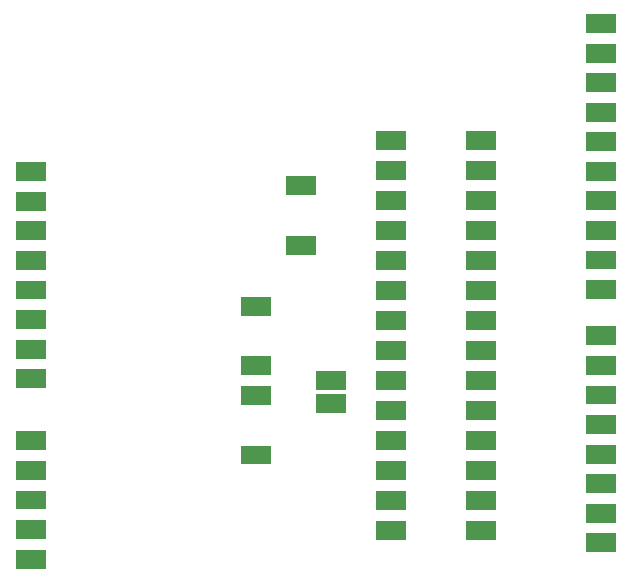
<source format=gts>
G04 #@! TF.GenerationSoftware,KiCad,Pcbnew,(5.1.2)-2*
G04 #@! TF.CreationDate,2019-10-01T15:18:02-10:00*
G04 #@! TF.ProjectId,bootloader_atmega328,626f6f74-6c6f-4616-9465-725f61746d65,rev?*
G04 #@! TF.SameCoordinates,Original*
G04 #@! TF.FileFunction,Soldermask,Top*
G04 #@! TF.FilePolarity,Negative*
%FSLAX46Y46*%
G04 Gerber Fmt 4.6, Leading zero omitted, Abs format (unit mm)*
G04 Created by KiCad (PCBNEW (5.1.2)-2) date 2019-10-01 15:18:02*
%MOMM*%
%LPD*%
G04 APERTURE LIST*
%ADD10C,0.100000*%
G04 APERTURE END LIST*
D10*
G36*
X91471000Y-113671000D02*
G01*
X88869000Y-113671000D01*
X88869000Y-112069000D01*
X91471000Y-112069000D01*
X91471000Y-113671000D01*
X91471000Y-113671000D01*
G37*
G36*
X139731000Y-112281000D02*
G01*
X137129000Y-112281000D01*
X137129000Y-110679000D01*
X139731000Y-110679000D01*
X139731000Y-112281000D01*
X139731000Y-112281000D01*
G37*
G36*
X121951000Y-111291000D02*
G01*
X119349000Y-111291000D01*
X119349000Y-109689000D01*
X121951000Y-109689000D01*
X121951000Y-111291000D01*
X121951000Y-111291000D01*
G37*
G36*
X129571000Y-111291000D02*
G01*
X126969000Y-111291000D01*
X126969000Y-109689000D01*
X129571000Y-109689000D01*
X129571000Y-111291000D01*
X129571000Y-111291000D01*
G37*
G36*
X91471000Y-111171000D02*
G01*
X88869000Y-111171000D01*
X88869000Y-109569000D01*
X91471000Y-109569000D01*
X91471000Y-111171000D01*
X91471000Y-111171000D01*
G37*
G36*
X139731000Y-109781000D02*
G01*
X137129000Y-109781000D01*
X137129000Y-108179000D01*
X139731000Y-108179000D01*
X139731000Y-109781000D01*
X139731000Y-109781000D01*
G37*
G36*
X121951000Y-108751000D02*
G01*
X119349000Y-108751000D01*
X119349000Y-107149000D01*
X121951000Y-107149000D01*
X121951000Y-108751000D01*
X121951000Y-108751000D01*
G37*
G36*
X129571000Y-108751000D02*
G01*
X126969000Y-108751000D01*
X126969000Y-107149000D01*
X129571000Y-107149000D01*
X129571000Y-108751000D01*
X129571000Y-108751000D01*
G37*
G36*
X91471000Y-108671000D02*
G01*
X88869000Y-108671000D01*
X88869000Y-107069000D01*
X91471000Y-107069000D01*
X91471000Y-108671000D01*
X91471000Y-108671000D01*
G37*
G36*
X139731000Y-107281000D02*
G01*
X137129000Y-107281000D01*
X137129000Y-105679000D01*
X139731000Y-105679000D01*
X139731000Y-107281000D01*
X139731000Y-107281000D01*
G37*
G36*
X121951000Y-106211000D02*
G01*
X119349000Y-106211000D01*
X119349000Y-104609000D01*
X121951000Y-104609000D01*
X121951000Y-106211000D01*
X121951000Y-106211000D01*
G37*
G36*
X129571000Y-106211000D02*
G01*
X126969000Y-106211000D01*
X126969000Y-104609000D01*
X129571000Y-104609000D01*
X129571000Y-106211000D01*
X129571000Y-106211000D01*
G37*
G36*
X91471000Y-106171000D02*
G01*
X88869000Y-106171000D01*
X88869000Y-104569000D01*
X91471000Y-104569000D01*
X91471000Y-106171000D01*
X91471000Y-106171000D01*
G37*
G36*
X110521000Y-104861000D02*
G01*
X107919000Y-104861000D01*
X107919000Y-103259000D01*
X110521000Y-103259000D01*
X110521000Y-104861000D01*
X110521000Y-104861000D01*
G37*
G36*
X139731000Y-104781000D02*
G01*
X137129000Y-104781000D01*
X137129000Y-103179000D01*
X139731000Y-103179000D01*
X139731000Y-104781000D01*
X139731000Y-104781000D01*
G37*
G36*
X129571000Y-103671000D02*
G01*
X126969000Y-103671000D01*
X126969000Y-102069000D01*
X129571000Y-102069000D01*
X129571000Y-103671000D01*
X129571000Y-103671000D01*
G37*
G36*
X91471000Y-103671000D02*
G01*
X88869000Y-103671000D01*
X88869000Y-102069000D01*
X91471000Y-102069000D01*
X91471000Y-103671000D01*
X91471000Y-103671000D01*
G37*
G36*
X121951000Y-103671000D02*
G01*
X119349000Y-103671000D01*
X119349000Y-102069000D01*
X121951000Y-102069000D01*
X121951000Y-103671000D01*
X121951000Y-103671000D01*
G37*
G36*
X139731000Y-102281000D02*
G01*
X137129000Y-102281000D01*
X137129000Y-100679000D01*
X139731000Y-100679000D01*
X139731000Y-102281000D01*
X139731000Y-102281000D01*
G37*
G36*
X129571000Y-101131000D02*
G01*
X126969000Y-101131000D01*
X126969000Y-99529000D01*
X129571000Y-99529000D01*
X129571000Y-101131000D01*
X129571000Y-101131000D01*
G37*
G36*
X121951000Y-101131000D02*
G01*
X119349000Y-101131000D01*
X119349000Y-99529000D01*
X121951000Y-99529000D01*
X121951000Y-101131000D01*
X121951000Y-101131000D01*
G37*
G36*
X116871000Y-100491000D02*
G01*
X114269000Y-100491000D01*
X114269000Y-98889000D01*
X116871000Y-98889000D01*
X116871000Y-100491000D01*
X116871000Y-100491000D01*
G37*
G36*
X110521000Y-99861000D02*
G01*
X107919000Y-99861000D01*
X107919000Y-98259000D01*
X110521000Y-98259000D01*
X110521000Y-99861000D01*
X110521000Y-99861000D01*
G37*
G36*
X139731000Y-99781000D02*
G01*
X137129000Y-99781000D01*
X137129000Y-98179000D01*
X139731000Y-98179000D01*
X139731000Y-99781000D01*
X139731000Y-99781000D01*
G37*
G36*
X129571000Y-98591000D02*
G01*
X126969000Y-98591000D01*
X126969000Y-96989000D01*
X129571000Y-96989000D01*
X129571000Y-98591000D01*
X129571000Y-98591000D01*
G37*
G36*
X121951000Y-98591000D02*
G01*
X119349000Y-98591000D01*
X119349000Y-96989000D01*
X121951000Y-96989000D01*
X121951000Y-98591000D01*
X121951000Y-98591000D01*
G37*
G36*
X116871000Y-98591000D02*
G01*
X114269000Y-98591000D01*
X114269000Y-96989000D01*
X116871000Y-96989000D01*
X116871000Y-98591000D01*
X116871000Y-98591000D01*
G37*
G36*
X91471000Y-98391000D02*
G01*
X88869000Y-98391000D01*
X88869000Y-96789000D01*
X91471000Y-96789000D01*
X91471000Y-98391000D01*
X91471000Y-98391000D01*
G37*
G36*
X110521000Y-97321000D02*
G01*
X107919000Y-97321000D01*
X107919000Y-95719000D01*
X110521000Y-95719000D01*
X110521000Y-97321000D01*
X110521000Y-97321000D01*
G37*
G36*
X139731000Y-97281000D02*
G01*
X137129000Y-97281000D01*
X137129000Y-95679000D01*
X139731000Y-95679000D01*
X139731000Y-97281000D01*
X139731000Y-97281000D01*
G37*
G36*
X129571000Y-96051000D02*
G01*
X126969000Y-96051000D01*
X126969000Y-94449000D01*
X129571000Y-94449000D01*
X129571000Y-96051000D01*
X129571000Y-96051000D01*
G37*
G36*
X121951000Y-96051000D02*
G01*
X119349000Y-96051000D01*
X119349000Y-94449000D01*
X121951000Y-94449000D01*
X121951000Y-96051000D01*
X121951000Y-96051000D01*
G37*
G36*
X91471000Y-95891000D02*
G01*
X88869000Y-95891000D01*
X88869000Y-94289000D01*
X91471000Y-94289000D01*
X91471000Y-95891000D01*
X91471000Y-95891000D01*
G37*
G36*
X139731000Y-94781000D02*
G01*
X137129000Y-94781000D01*
X137129000Y-93179000D01*
X139731000Y-93179000D01*
X139731000Y-94781000D01*
X139731000Y-94781000D01*
G37*
G36*
X121951000Y-93511000D02*
G01*
X119349000Y-93511000D01*
X119349000Y-91909000D01*
X121951000Y-91909000D01*
X121951000Y-93511000D01*
X121951000Y-93511000D01*
G37*
G36*
X129571000Y-93511000D02*
G01*
X126969000Y-93511000D01*
X126969000Y-91909000D01*
X129571000Y-91909000D01*
X129571000Y-93511000D01*
X129571000Y-93511000D01*
G37*
G36*
X91471000Y-93391000D02*
G01*
X88869000Y-93391000D01*
X88869000Y-91789000D01*
X91471000Y-91789000D01*
X91471000Y-93391000D01*
X91471000Y-93391000D01*
G37*
G36*
X110521000Y-92321000D02*
G01*
X107919000Y-92321000D01*
X107919000Y-90719000D01*
X110521000Y-90719000D01*
X110521000Y-92321000D01*
X110521000Y-92321000D01*
G37*
G36*
X121951000Y-90971000D02*
G01*
X119349000Y-90971000D01*
X119349000Y-89369000D01*
X121951000Y-89369000D01*
X121951000Y-90971000D01*
X121951000Y-90971000D01*
G37*
G36*
X129571000Y-90971000D02*
G01*
X126969000Y-90971000D01*
X126969000Y-89369000D01*
X129571000Y-89369000D01*
X129571000Y-90971000D01*
X129571000Y-90971000D01*
G37*
G36*
X91471000Y-90891000D02*
G01*
X88869000Y-90891000D01*
X88869000Y-89289000D01*
X91471000Y-89289000D01*
X91471000Y-90891000D01*
X91471000Y-90891000D01*
G37*
G36*
X139731000Y-90851000D02*
G01*
X137129000Y-90851000D01*
X137129000Y-89249000D01*
X139731000Y-89249000D01*
X139731000Y-90851000D01*
X139731000Y-90851000D01*
G37*
G36*
X121951000Y-88431000D02*
G01*
X119349000Y-88431000D01*
X119349000Y-86829000D01*
X121951000Y-86829000D01*
X121951000Y-88431000D01*
X121951000Y-88431000D01*
G37*
G36*
X129571000Y-88431000D02*
G01*
X126969000Y-88431000D01*
X126969000Y-86829000D01*
X129571000Y-86829000D01*
X129571000Y-88431000D01*
X129571000Y-88431000D01*
G37*
G36*
X91471000Y-88391000D02*
G01*
X88869000Y-88391000D01*
X88869000Y-86789000D01*
X91471000Y-86789000D01*
X91471000Y-88391000D01*
X91471000Y-88391000D01*
G37*
G36*
X139731000Y-88351000D02*
G01*
X137129000Y-88351000D01*
X137129000Y-86749000D01*
X139731000Y-86749000D01*
X139731000Y-88351000D01*
X139731000Y-88351000D01*
G37*
G36*
X114331000Y-87161000D02*
G01*
X111729000Y-87161000D01*
X111729000Y-85559000D01*
X114331000Y-85559000D01*
X114331000Y-87161000D01*
X114331000Y-87161000D01*
G37*
G36*
X91471000Y-85891000D02*
G01*
X88869000Y-85891000D01*
X88869000Y-84289000D01*
X91471000Y-84289000D01*
X91471000Y-85891000D01*
X91471000Y-85891000D01*
G37*
G36*
X129571000Y-85891000D02*
G01*
X126969000Y-85891000D01*
X126969000Y-84289000D01*
X129571000Y-84289000D01*
X129571000Y-85891000D01*
X129571000Y-85891000D01*
G37*
G36*
X121951000Y-85891000D02*
G01*
X119349000Y-85891000D01*
X119349000Y-84289000D01*
X121951000Y-84289000D01*
X121951000Y-85891000D01*
X121951000Y-85891000D01*
G37*
G36*
X139731000Y-85851000D02*
G01*
X137129000Y-85851000D01*
X137129000Y-84249000D01*
X139731000Y-84249000D01*
X139731000Y-85851000D01*
X139731000Y-85851000D01*
G37*
G36*
X91471000Y-83391000D02*
G01*
X88869000Y-83391000D01*
X88869000Y-81789000D01*
X91471000Y-81789000D01*
X91471000Y-83391000D01*
X91471000Y-83391000D01*
G37*
G36*
X121951000Y-83351000D02*
G01*
X119349000Y-83351000D01*
X119349000Y-81749000D01*
X121951000Y-81749000D01*
X121951000Y-83351000D01*
X121951000Y-83351000D01*
G37*
G36*
X129571000Y-83351000D02*
G01*
X126969000Y-83351000D01*
X126969000Y-81749000D01*
X129571000Y-81749000D01*
X129571000Y-83351000D01*
X129571000Y-83351000D01*
G37*
G36*
X139731000Y-83351000D02*
G01*
X137129000Y-83351000D01*
X137129000Y-81749000D01*
X139731000Y-81749000D01*
X139731000Y-83351000D01*
X139731000Y-83351000D01*
G37*
G36*
X114331000Y-82081000D02*
G01*
X111729000Y-82081000D01*
X111729000Y-80479000D01*
X114331000Y-80479000D01*
X114331000Y-82081000D01*
X114331000Y-82081000D01*
G37*
G36*
X91471000Y-80891000D02*
G01*
X88869000Y-80891000D01*
X88869000Y-79289000D01*
X91471000Y-79289000D01*
X91471000Y-80891000D01*
X91471000Y-80891000D01*
G37*
G36*
X139731000Y-80851000D02*
G01*
X137129000Y-80851000D01*
X137129000Y-79249000D01*
X139731000Y-79249000D01*
X139731000Y-80851000D01*
X139731000Y-80851000D01*
G37*
G36*
X121951000Y-80811000D02*
G01*
X119349000Y-80811000D01*
X119349000Y-79209000D01*
X121951000Y-79209000D01*
X121951000Y-80811000D01*
X121951000Y-80811000D01*
G37*
G36*
X129571000Y-80811000D02*
G01*
X126969000Y-80811000D01*
X126969000Y-79209000D01*
X129571000Y-79209000D01*
X129571000Y-80811000D01*
X129571000Y-80811000D01*
G37*
G36*
X139731000Y-78351000D02*
G01*
X137129000Y-78351000D01*
X137129000Y-76749000D01*
X139731000Y-76749000D01*
X139731000Y-78351000D01*
X139731000Y-78351000D01*
G37*
G36*
X129571000Y-78271000D02*
G01*
X126969000Y-78271000D01*
X126969000Y-76669000D01*
X129571000Y-76669000D01*
X129571000Y-78271000D01*
X129571000Y-78271000D01*
G37*
G36*
X121951000Y-78271000D02*
G01*
X119349000Y-78271000D01*
X119349000Y-76669000D01*
X121951000Y-76669000D01*
X121951000Y-78271000D01*
X121951000Y-78271000D01*
G37*
G36*
X139731000Y-75851000D02*
G01*
X137129000Y-75851000D01*
X137129000Y-74249000D01*
X139731000Y-74249000D01*
X139731000Y-75851000D01*
X139731000Y-75851000D01*
G37*
G36*
X139731000Y-73351000D02*
G01*
X137129000Y-73351000D01*
X137129000Y-71749000D01*
X139731000Y-71749000D01*
X139731000Y-73351000D01*
X139731000Y-73351000D01*
G37*
G36*
X139731000Y-70851000D02*
G01*
X137129000Y-70851000D01*
X137129000Y-69249000D01*
X139731000Y-69249000D01*
X139731000Y-70851000D01*
X139731000Y-70851000D01*
G37*
G36*
X139731000Y-68351000D02*
G01*
X137129000Y-68351000D01*
X137129000Y-66749000D01*
X139731000Y-66749000D01*
X139731000Y-68351000D01*
X139731000Y-68351000D01*
G37*
M02*

</source>
